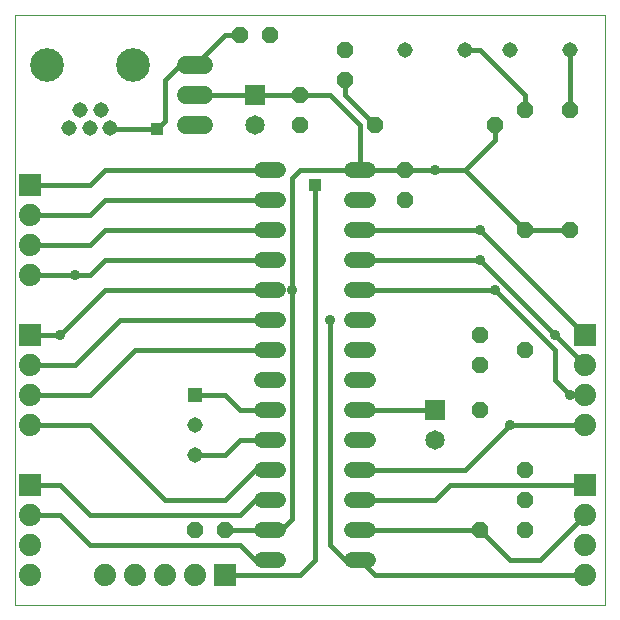
<source format=gtl>
G75*
G70*
%OFA0B0*%
%FSLAX24Y24*%
%IPPOS*%
%LPD*%
%AMOC8*
5,1,8,0,0,1.08239X$1,22.5*
%
%ADD10C,0.0000*%
%ADD11C,0.0520*%
%ADD12C,0.0515*%
%ADD13OC8,0.0520*%
%ADD14R,0.0515X0.0515*%
%ADD15R,0.0650X0.0650*%
%ADD16C,0.0650*%
%ADD17R,0.0740X0.0740*%
%ADD18C,0.0740*%
%ADD19C,0.0600*%
%ADD20C,0.1122*%
%ADD21C,0.0160*%
%ADD22R,0.0396X0.0396*%
%ADD23C,0.0357*%
D10*
X000181Y000181D02*
X000181Y019866D01*
X019866Y019866D01*
X019866Y000181D01*
X000181Y000181D01*
D11*
X008421Y001681D02*
X008941Y001681D01*
X008941Y002681D02*
X008421Y002681D01*
X008421Y003681D02*
X008941Y003681D01*
X008941Y004681D02*
X008421Y004681D01*
X008421Y005681D02*
X008941Y005681D01*
X008941Y006681D02*
X008421Y006681D01*
X008421Y007681D02*
X008941Y007681D01*
X008941Y008681D02*
X008421Y008681D01*
X008421Y009681D02*
X008941Y009681D01*
X008941Y010681D02*
X008421Y010681D01*
X008421Y011681D02*
X008941Y011681D01*
X008941Y012681D02*
X008421Y012681D01*
X008421Y013681D02*
X008941Y013681D01*
X008941Y014681D02*
X008421Y014681D01*
X011421Y014681D02*
X011941Y014681D01*
X011941Y013681D02*
X011421Y013681D01*
X011421Y012681D02*
X011941Y012681D01*
X011941Y011681D02*
X011421Y011681D01*
X011421Y010681D02*
X011941Y010681D01*
X011941Y009681D02*
X011421Y009681D01*
X011421Y008681D02*
X011941Y008681D01*
X011941Y007681D02*
X011421Y007681D01*
X011421Y006681D02*
X011941Y006681D01*
X011941Y005681D02*
X011421Y005681D01*
X011421Y004681D02*
X011941Y004681D01*
X011941Y003681D02*
X011421Y003681D01*
X011421Y002681D02*
X011941Y002681D01*
X011941Y001681D02*
X011421Y001681D01*
D12*
X006181Y005181D03*
X006181Y006181D03*
X003351Y016081D03*
X002681Y016081D03*
X002351Y016701D03*
X003041Y016701D03*
X001981Y016081D03*
X013181Y018681D03*
X015181Y018681D03*
X016681Y018681D03*
X018681Y018681D03*
D13*
X018681Y016681D03*
X017181Y016681D03*
X016181Y016181D03*
X013181Y014681D03*
X013181Y013681D03*
X012181Y016181D03*
X011181Y017681D03*
X011181Y018681D03*
X009681Y017181D03*
X009681Y016181D03*
X008681Y019181D03*
X007681Y019181D03*
X017181Y012681D03*
X018681Y012681D03*
X015681Y009181D03*
X015681Y008181D03*
X015681Y006681D03*
X017181Y004681D03*
X017181Y003681D03*
X017181Y002681D03*
X015681Y002681D03*
X017181Y008681D03*
X007181Y002681D03*
X006181Y002681D03*
D14*
X006181Y007181D03*
D15*
X014181Y006681D03*
X008181Y017181D03*
D16*
X008181Y016181D03*
X014181Y005681D03*
D17*
X019181Y004181D03*
X019181Y009181D03*
X007181Y001181D03*
X000681Y004181D03*
X000681Y009181D03*
X000681Y014181D03*
D18*
X000681Y013181D03*
X000681Y012181D03*
X000681Y011181D03*
X000681Y008181D03*
X000681Y007181D03*
X000681Y006181D03*
X000681Y003181D03*
X000681Y002181D03*
X000681Y001181D03*
X003181Y001181D03*
X004181Y001181D03*
X005181Y001181D03*
X006181Y001181D03*
X019181Y001181D03*
X019181Y002181D03*
X019181Y003181D03*
X019181Y006181D03*
X019181Y007181D03*
X019181Y008181D03*
D19*
X006481Y016181D02*
X005881Y016181D01*
X005881Y017181D02*
X006481Y017181D01*
X006481Y018181D02*
X005881Y018181D01*
D20*
X004118Y018181D03*
X001244Y018181D03*
D21*
X003351Y016081D02*
X003376Y016056D01*
X004931Y016056D01*
X005181Y016306D01*
X005181Y017681D01*
X005681Y018181D01*
X006181Y018181D01*
X007181Y019181D01*
X007681Y019181D01*
X008181Y017181D02*
X006181Y017181D01*
X008181Y017181D02*
X009681Y017181D01*
X010681Y017181D01*
X011681Y016181D01*
X011681Y014681D01*
X009681Y014681D01*
X009431Y014431D01*
X009431Y010681D01*
X009431Y003056D01*
X009056Y002681D01*
X008681Y002681D01*
X007181Y002681D01*
X007681Y003181D02*
X002681Y003181D01*
X001681Y004181D01*
X000681Y004181D01*
X000681Y003181D02*
X001681Y003181D01*
X002681Y002181D01*
X007681Y002181D01*
X008181Y001681D01*
X008681Y001681D01*
X009681Y001181D02*
X010181Y001681D01*
X010181Y014181D01*
X008681Y013681D02*
X003181Y013681D01*
X002681Y013181D01*
X000681Y013181D01*
X000681Y012181D02*
X002681Y012181D01*
X003181Y012681D01*
X008681Y012681D01*
X008681Y011681D02*
X003181Y011681D01*
X002681Y011181D01*
X002181Y011181D01*
X000681Y011181D01*
X000681Y009181D02*
X001681Y009181D01*
X003181Y010681D01*
X008681Y010681D01*
X008681Y009681D02*
X003681Y009681D01*
X002181Y008181D01*
X000681Y008181D01*
X000681Y007181D02*
X002681Y007181D01*
X004181Y008681D01*
X008681Y008681D01*
X007181Y007181D02*
X007681Y006681D01*
X008681Y006681D01*
X008681Y005681D02*
X007681Y005681D01*
X007181Y005181D01*
X006181Y005181D01*
X005181Y003681D02*
X002681Y006181D01*
X000681Y006181D01*
X005181Y003681D02*
X007181Y003681D01*
X008181Y004681D01*
X008681Y004681D01*
X008681Y003681D02*
X008181Y003681D01*
X007681Y003181D01*
X007181Y001181D02*
X009681Y001181D01*
X010681Y002181D02*
X011181Y001681D01*
X011681Y001681D01*
X012181Y001181D01*
X019181Y001181D01*
X017681Y001681D02*
X019181Y003181D01*
X019181Y004181D02*
X014681Y004181D01*
X014181Y003681D01*
X011681Y003681D01*
X011681Y002681D02*
X015681Y002681D01*
X016681Y001681D01*
X017681Y001681D01*
X015181Y004681D02*
X016681Y006181D01*
X019181Y006181D01*
X019181Y007181D02*
X018681Y007181D01*
X018181Y007681D01*
X018181Y008681D01*
X016181Y010681D01*
X011681Y010681D01*
X011681Y011681D02*
X015681Y011681D01*
X019181Y008181D01*
X019181Y009181D02*
X015681Y012681D01*
X011681Y012681D01*
X011681Y014681D02*
X013181Y014681D01*
X014181Y014681D01*
X015181Y014681D01*
X016181Y015681D01*
X016181Y016181D01*
X017181Y016681D02*
X017181Y017181D01*
X015681Y018681D01*
X015181Y018681D01*
X012181Y016181D02*
X011181Y017181D01*
X011181Y017681D01*
X008681Y014681D02*
X003181Y014681D01*
X002681Y014181D01*
X000681Y014181D01*
X006181Y007181D02*
X007181Y007181D01*
X010681Y009681D02*
X010681Y002181D01*
X011681Y004681D02*
X015181Y004681D01*
X014181Y006681D02*
X011681Y006681D01*
X017181Y012681D02*
X018681Y012681D01*
X017181Y012681D02*
X015181Y014681D01*
X018681Y016681D02*
X018681Y018681D01*
D22*
X010181Y014181D03*
X004931Y016056D03*
D23*
X002181Y011181D03*
X001681Y009181D03*
X009431Y010681D03*
X010681Y009681D03*
X015681Y011681D03*
X015681Y012681D03*
X016181Y010681D03*
X018181Y009181D03*
X018681Y007181D03*
X016681Y006181D03*
X014181Y014681D03*
M02*

</source>
